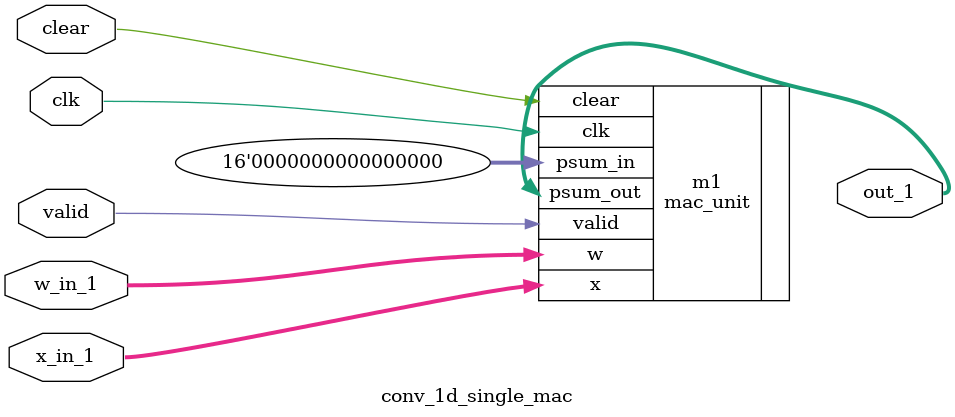
<source format=v>
module conv_1d_single_mac(
	input clk,
	// MAC 1
	input signed [7:0] w_in_1,
	input signed [7:0] x_in_1,
	output signed [15:0] out_1,
	// General
	input clear,
	input valid
);

	mac_unit m1(
		.clk(clk),
		.clear(clear),
		.valid(valid),
		.w(w_in_1),
		.x(x_in_1),
		.psum_in(16'b0),
		.psum_out(out_1)
	);
	
endmodule
</source>
